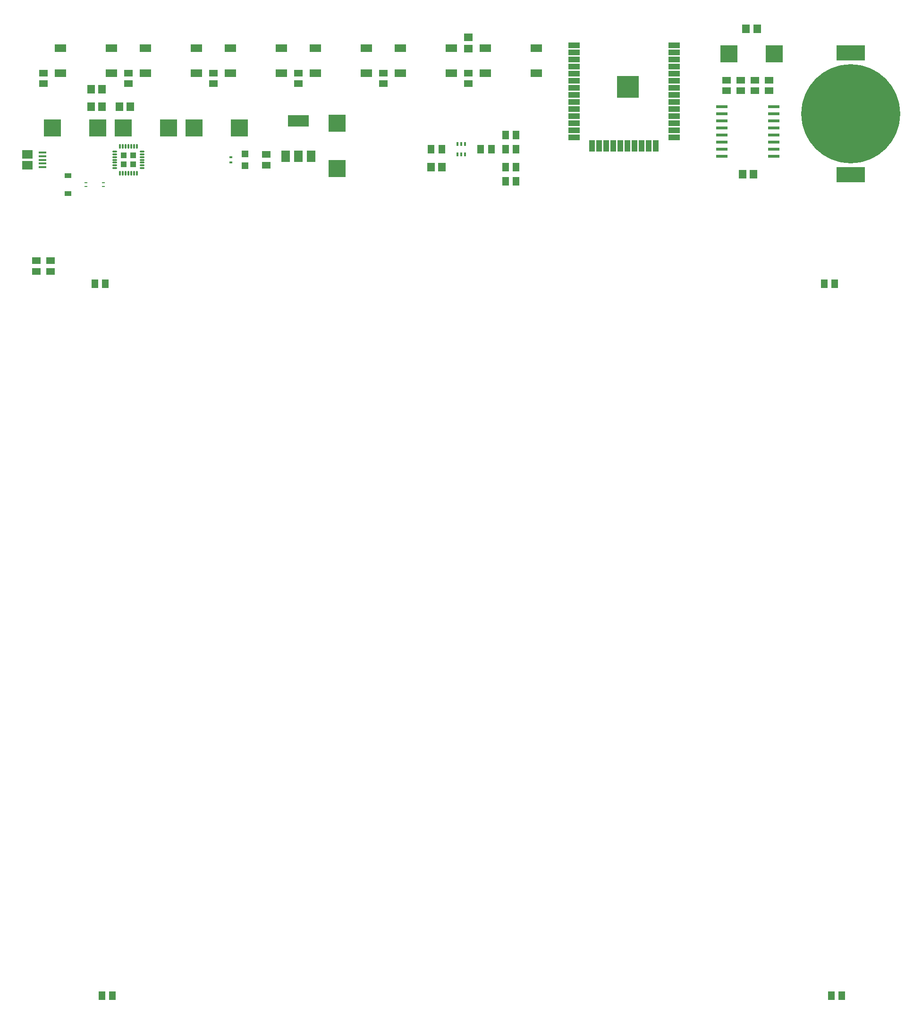
<source format=gbp>
G04 #@! TF.GenerationSoftware,KiCad,Pcbnew,no-vcs-found-bf44d39~61~ubuntu16.04.1*
G04 #@! TF.CreationDate,2018-01-06T16:25:13+05:30*
G04 #@! TF.ProjectId,chromogram,6368726F6D6F6772616D2E6B69636164,rev?*
G04 #@! TF.SameCoordinates,Original*
G04 #@! TF.FileFunction,Paste,Bot*
G04 #@! TF.FilePolarity,Positive*
%FSLAX46Y46*%
G04 Gerber Fmt 4.6, Leading zero omitted, Abs format (unit mm)*
G04 Created by KiCad (PCBNEW no-vcs-found-bf44d39~61~ubuntu16.04.1) date Sat Jan  6 16:25:13 2018*
%MOMM*%
%LPD*%
G01*
G04 APERTURE LIST*
%ADD10R,1.200000X0.900000*%
%ADD11R,0.500000X0.250000*%
%ADD12C,17.780000*%
%ADD13R,5.080000X2.794000*%
%ADD14R,1.005000X1.005000*%
%ADD15O,0.300000X0.850000*%
%ADD16O,0.850000X0.300000*%
%ADD17R,0.600000X0.400000*%
%ADD18R,1.198880X1.198880*%
%ADD19R,1.998980X0.599440*%
%ADD20R,2.100000X1.400000*%
%ADD21R,1.900000X1.500000*%
%ADD22R,1.350000X0.400000*%
%ADD23R,1.498600X1.300480*%
%ADD24R,1.300480X1.498600*%
%ADD25R,1.350000X1.550000*%
%ADD26R,3.048000X3.048000*%
%ADD27R,1.550000X1.350000*%
%ADD28R,0.400000X0.650000*%
%ADD29R,3.800000X2.000000*%
%ADD30R,1.500000X2.000000*%
%ADD31R,2.000000X1.000000*%
%ADD32R,1.000000X2.000000*%
%ADD33R,4.000000X4.000000*%
G04 APERTURE END LIST*
D10*
X59690000Y-83565000D03*
X59690000Y-80265000D03*
D11*
X66040000Y-81540000D03*
X66040000Y-82290000D03*
X62865000Y-81540000D03*
X62865000Y-82290000D03*
D12*
X200025000Y-69215000D03*
D13*
X200025000Y-58293000D03*
X200025000Y-80137000D03*
D14*
X69647500Y-78307500D03*
X69647500Y-76632500D03*
X71322500Y-78307500D03*
X71322500Y-76632500D03*
D15*
X68985000Y-79920000D03*
X69485000Y-79920000D03*
X69985000Y-79920000D03*
X70485000Y-79920000D03*
X70985000Y-79920000D03*
X71485000Y-79920000D03*
X71985000Y-79920000D03*
D16*
X72935000Y-78970000D03*
X72935000Y-78470000D03*
X72935000Y-77970000D03*
X72935000Y-77470000D03*
X72935000Y-76970000D03*
X72935000Y-76470000D03*
X72935000Y-75970000D03*
D15*
X71985000Y-75020000D03*
X71485000Y-75020000D03*
X70985000Y-75020000D03*
X70485000Y-75020000D03*
X69985000Y-75020000D03*
X69485000Y-75020000D03*
X68985000Y-75020000D03*
D16*
X68035000Y-75970000D03*
X68035000Y-76470000D03*
X68035000Y-76970000D03*
X68035000Y-77470000D03*
X68035000Y-77970000D03*
X68035000Y-78470000D03*
X68035000Y-78970000D03*
D17*
X88900000Y-77020000D03*
X88900000Y-77920000D03*
D18*
X91440000Y-76420980D03*
X91440000Y-78519020D03*
D19*
X186260740Y-67945000D03*
X186260740Y-69215000D03*
X186260740Y-70485000D03*
X186260740Y-71755000D03*
X186260740Y-73025000D03*
X186260740Y-74295000D03*
X186260740Y-75565000D03*
X186260740Y-76835000D03*
X176959260Y-76835000D03*
X176959260Y-75565000D03*
X176959260Y-74295000D03*
X176959260Y-73025000D03*
X176959260Y-71755000D03*
X176959260Y-70485000D03*
X176959260Y-69215000D03*
X176959260Y-67945000D03*
D20*
X119275000Y-61940000D03*
X128375000Y-61940000D03*
X128375000Y-57440000D03*
X119275000Y-57440000D03*
X104035000Y-61940000D03*
X113135000Y-61940000D03*
X113135000Y-57440000D03*
X104035000Y-57440000D03*
X67415000Y-57440000D03*
X58315000Y-57440000D03*
X58315000Y-61940000D03*
X67415000Y-61940000D03*
X143615000Y-57440000D03*
X134515000Y-57440000D03*
X134515000Y-61940000D03*
X143615000Y-61940000D03*
X88795000Y-61940000D03*
X97895000Y-61940000D03*
X97895000Y-57440000D03*
X88795000Y-57440000D03*
X73555000Y-61940000D03*
X82655000Y-61940000D03*
X82655000Y-57440000D03*
X73555000Y-57440000D03*
D21*
X52355000Y-76470000D03*
D22*
X55055000Y-78120000D03*
X55055000Y-78770000D03*
X55055000Y-76170000D03*
X55055000Y-76820000D03*
X55055000Y-77470000D03*
D21*
X52355000Y-78470000D03*
D23*
X53975000Y-97472500D03*
X53975000Y-95567500D03*
X56515000Y-97472500D03*
X56515000Y-95567500D03*
X182880000Y-65087500D03*
X182880000Y-63182500D03*
X185420000Y-65087500D03*
X185420000Y-63182500D03*
X177800000Y-65087500D03*
X177800000Y-63182500D03*
X180340000Y-65087500D03*
X180340000Y-63182500D03*
X116205000Y-63817500D03*
X116205000Y-61912500D03*
X100965000Y-63817500D03*
X100965000Y-61912500D03*
D24*
X64452500Y-99695000D03*
X66357500Y-99695000D03*
X197167500Y-99695000D03*
X195262500Y-99695000D03*
X198437500Y-227330000D03*
X196532500Y-227330000D03*
X65722500Y-227330000D03*
X67627500Y-227330000D03*
D25*
X182610000Y-80010000D03*
X180610000Y-80010000D03*
D26*
X90424000Y-71755000D03*
X82296000Y-71755000D03*
X107950000Y-70866000D03*
X107950000Y-78994000D03*
D25*
X124730000Y-78740000D03*
X126730000Y-78740000D03*
X63770000Y-64770000D03*
X65770000Y-64770000D03*
D27*
X131445000Y-55515000D03*
X131445000Y-57515000D03*
D26*
X65024000Y-71755000D03*
X56896000Y-71755000D03*
D25*
X63770000Y-67945000D03*
X65770000Y-67945000D03*
D26*
X69596000Y-71755000D03*
X77724000Y-71755000D03*
D25*
X70850000Y-67945000D03*
X68850000Y-67945000D03*
D26*
X178181000Y-58420000D03*
X186309000Y-58420000D03*
D25*
X183245000Y-53975000D03*
X181245000Y-53975000D03*
D28*
X129525000Y-74615000D03*
X130825000Y-74615000D03*
X130175000Y-76515000D03*
X130175000Y-74615000D03*
X130825000Y-76515000D03*
X129525000Y-76515000D03*
D24*
X126682500Y-75565000D03*
X124777500Y-75565000D03*
D23*
X95250000Y-78422500D03*
X95250000Y-76517500D03*
X55245000Y-61912500D03*
X55245000Y-63817500D03*
X131445000Y-61912500D03*
X131445000Y-63817500D03*
D24*
X138112500Y-81280000D03*
X140017500Y-81280000D03*
X138112500Y-78740000D03*
X140017500Y-78740000D03*
X138112500Y-73025000D03*
X140017500Y-73025000D03*
X133667500Y-75565000D03*
X135572500Y-75565000D03*
X138112500Y-75565000D03*
X140017500Y-75565000D03*
D23*
X85725000Y-63817500D03*
X85725000Y-61912500D03*
X70485000Y-63817500D03*
X70485000Y-61912500D03*
D29*
X100965000Y-70510000D03*
D30*
X100965000Y-76810000D03*
X98665000Y-76810000D03*
X103265000Y-76810000D03*
D31*
X168385000Y-56980000D03*
X168385000Y-58250000D03*
X168385000Y-59520000D03*
X168385000Y-60790000D03*
X168385000Y-62060000D03*
X168385000Y-63330000D03*
X168385000Y-64600000D03*
X168385000Y-65870000D03*
X168385000Y-67140000D03*
X168385000Y-68410000D03*
X168385000Y-69680000D03*
X168385000Y-70950000D03*
X168385000Y-72220000D03*
X168385000Y-73490000D03*
D32*
X165100000Y-74980000D03*
X163830000Y-74980000D03*
X162560000Y-74980000D03*
X161290000Y-74980000D03*
X160020000Y-74980000D03*
X158750000Y-74980000D03*
X157480000Y-74980000D03*
X156210000Y-74980000D03*
X154940000Y-74980000D03*
X153670000Y-74980000D03*
D31*
X150385000Y-73490000D03*
X150385000Y-72220000D03*
X150385000Y-70950000D03*
X150385000Y-69680000D03*
X150385000Y-68410000D03*
X150385000Y-67140000D03*
X150385000Y-65870000D03*
X150385000Y-64600000D03*
X150385000Y-63330000D03*
X150385000Y-62060000D03*
X150385000Y-60790000D03*
X150385000Y-59520000D03*
X150385000Y-58250000D03*
X150385000Y-56980000D03*
D33*
X160085000Y-64380000D03*
M02*

</source>
